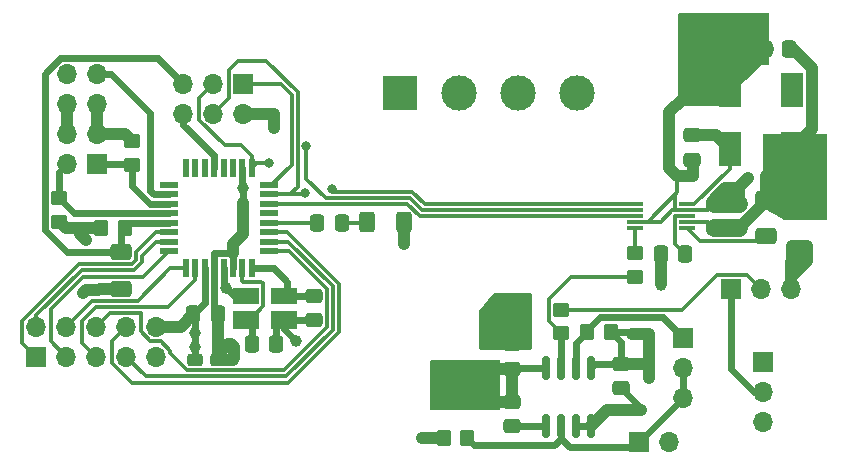
<source format=gtl>
%TF.GenerationSoftware,KiCad,Pcbnew,(6.0.1)*%
%TF.CreationDate,2022-02-25T11:57:24+01:00*%
%TF.ProjectId,SignalGenerator,5369676e-616c-4476-956e-657261746f72,0.2*%
%TF.SameCoordinates,Original*%
%TF.FileFunction,Copper,L1,Top*%
%TF.FilePolarity,Positive*%
%FSLAX46Y46*%
G04 Gerber Fmt 4.6, Leading zero omitted, Abs format (unit mm)*
G04 Created by KiCad (PCBNEW (6.0.1)) date 2022-02-25 11:57:24*
%MOMM*%
%LPD*%
G01*
G04 APERTURE LIST*
G04 Aperture macros list*
%AMRoundRect*
0 Rectangle with rounded corners*
0 $1 Rounding radius*
0 $2 $3 $4 $5 $6 $7 $8 $9 X,Y pos of 4 corners*
0 Add a 4 corners polygon primitive as box body*
4,1,4,$2,$3,$4,$5,$6,$7,$8,$9,$2,$3,0*
0 Add four circle primitives for the rounded corners*
1,1,$1+$1,$2,$3*
1,1,$1+$1,$4,$5*
1,1,$1+$1,$6,$7*
1,1,$1+$1,$8,$9*
0 Add four rect primitives between the rounded corners*
20,1,$1+$1,$2,$3,$4,$5,0*
20,1,$1+$1,$4,$5,$6,$7,0*
20,1,$1+$1,$6,$7,$8,$9,0*
20,1,$1+$1,$8,$9,$2,$3,0*%
G04 Aperture macros list end*
%TA.AperFunction,SMDPad,CuDef*%
%ADD10RoundRect,0.250000X-0.350000X-0.450000X0.350000X-0.450000X0.350000X0.450000X-0.350000X0.450000X0*%
%TD*%
%TA.AperFunction,SMDPad,CuDef*%
%ADD11R,2.250000X1.450000*%
%TD*%
%TA.AperFunction,SMDPad,CuDef*%
%ADD12R,2.250000X1.575000*%
%TD*%
%TA.AperFunction,SMDPad,CuDef*%
%ADD13R,2.250000X1.500000*%
%TD*%
%TA.AperFunction,ComponentPad*%
%ADD14R,1.700000X1.700000*%
%TD*%
%TA.AperFunction,ComponentPad*%
%ADD15O,1.700000X1.700000*%
%TD*%
%TA.AperFunction,SMDPad,CuDef*%
%ADD16RoundRect,0.250000X-0.475000X0.337500X-0.475000X-0.337500X0.475000X-0.337500X0.475000X0.337500X0*%
%TD*%
%TA.AperFunction,SMDPad,CuDef*%
%ADD17RoundRect,0.250000X-0.400000X-0.625000X0.400000X-0.625000X0.400000X0.625000X-0.400000X0.625000X0*%
%TD*%
%TA.AperFunction,SMDPad,CuDef*%
%ADD18RoundRect,0.250000X0.337500X0.475000X-0.337500X0.475000X-0.337500X-0.475000X0.337500X-0.475000X0*%
%TD*%
%TA.AperFunction,SMDPad,CuDef*%
%ADD19RoundRect,0.250000X0.475000X-0.337500X0.475000X0.337500X-0.475000X0.337500X-0.475000X-0.337500X0*%
%TD*%
%TA.AperFunction,SMDPad,CuDef*%
%ADD20RoundRect,0.250000X0.275000X-0.400000X0.275000X0.400000X-0.275000X0.400000X-0.275000X-0.400000X0*%
%TD*%
%TA.AperFunction,SMDPad,CuDef*%
%ADD21R,1.400000X0.300000*%
%TD*%
%TA.AperFunction,SMDPad,CuDef*%
%ADD22RoundRect,0.250000X-0.337500X-0.475000X0.337500X-0.475000X0.337500X0.475000X-0.337500X0.475000X0*%
%TD*%
%TA.AperFunction,SMDPad,CuDef*%
%ADD23RoundRect,0.250000X0.450000X-0.350000X0.450000X0.350000X-0.450000X0.350000X-0.450000X-0.350000X0*%
%TD*%
%TA.AperFunction,SMDPad,CuDef*%
%ADD24RoundRect,0.250000X-0.650000X0.412500X-0.650000X-0.412500X0.650000X-0.412500X0.650000X0.412500X0*%
%TD*%
%TA.AperFunction,SMDPad,CuDef*%
%ADD25R,1.980000X3.000000*%
%TD*%
%TA.AperFunction,ComponentPad*%
%ADD26R,3.000000X3.000000*%
%TD*%
%TA.AperFunction,ComponentPad*%
%ADD27C,3.000000*%
%TD*%
%TA.AperFunction,SMDPad,CuDef*%
%ADD28RoundRect,0.250000X0.400000X0.275000X-0.400000X0.275000X-0.400000X-0.275000X0.400000X-0.275000X0*%
%TD*%
%TA.AperFunction,SMDPad,CuDef*%
%ADD29RoundRect,0.250000X0.650000X-0.412500X0.650000X0.412500X-0.650000X0.412500X-0.650000X-0.412500X0*%
%TD*%
%TA.AperFunction,SMDPad,CuDef*%
%ADD30R,0.550000X1.600000*%
%TD*%
%TA.AperFunction,SMDPad,CuDef*%
%ADD31R,1.600000X0.550000*%
%TD*%
%TA.AperFunction,SMDPad,CuDef*%
%ADD32RoundRect,0.250000X0.350000X0.450000X-0.350000X0.450000X-0.350000X-0.450000X0.350000X-0.450000X0*%
%TD*%
%TA.AperFunction,SMDPad,CuDef*%
%ADD33RoundRect,0.250000X-0.450000X0.350000X-0.450000X-0.350000X0.450000X-0.350000X0.450000X0.350000X0*%
%TD*%
%TA.AperFunction,SMDPad,CuDef*%
%ADD34RoundRect,0.150000X-0.150000X0.825000X-0.150000X-0.825000X0.150000X-0.825000X0.150000X0.825000X0*%
%TD*%
%TA.AperFunction,ViaPad*%
%ADD35C,1.000000*%
%TD*%
%TA.AperFunction,ViaPad*%
%ADD36C,0.800000*%
%TD*%
%TA.AperFunction,Conductor*%
%ADD37C,1.000000*%
%TD*%
%TA.AperFunction,Conductor*%
%ADD38C,0.600000*%
%TD*%
%TA.AperFunction,Conductor*%
%ADD39C,1.500000*%
%TD*%
%TA.AperFunction,Conductor*%
%ADD40C,0.300000*%
%TD*%
G04 APERTURE END LIST*
D10*
X157000000Y-115275000D03*
X159000000Y-115275000D03*
D11*
X140226920Y-103232377D03*
X143526920Y-103232377D03*
D12*
X143526920Y-105232377D03*
D13*
X140226920Y-105232377D03*
D14*
X184000000Y-108775000D03*
D15*
X184000000Y-111315000D03*
X184000000Y-113855000D03*
D14*
X177300000Y-106775000D03*
D15*
X177300000Y-109315000D03*
X177300000Y-111855000D03*
D14*
X122501920Y-108367377D03*
D15*
X122501920Y-105827377D03*
X125041920Y-108367377D03*
X125041920Y-105827377D03*
X127581920Y-108367377D03*
X127581920Y-105827377D03*
X130121920Y-108367377D03*
X130121920Y-105827377D03*
X132661920Y-108367377D03*
X132661920Y-105827377D03*
D16*
X179939160Y-95408819D03*
X179939160Y-97483819D03*
D17*
X150526920Y-96982377D03*
X153626920Y-96982377D03*
D14*
X127611920Y-92072377D03*
D15*
X125071920Y-92072377D03*
X127611920Y-89532377D03*
X125071920Y-89532377D03*
X127611920Y-86992377D03*
X125071920Y-86992377D03*
X127611920Y-84452377D03*
X125071920Y-84452377D03*
D18*
X148394420Y-97012377D03*
X146319420Y-97012377D03*
D19*
X162802255Y-114230244D03*
X162802255Y-112155244D03*
D16*
X178069160Y-89598819D03*
X178069160Y-91673819D03*
D20*
X181969160Y-97411319D03*
X181969160Y-95461319D03*
D18*
X177456660Y-99686319D03*
X175381660Y-99686319D03*
D21*
X177619160Y-97456319D03*
X177619160Y-96956319D03*
X177619160Y-96456319D03*
X177619160Y-95956319D03*
X177619160Y-95456319D03*
X173219160Y-95456319D03*
X173219160Y-95956319D03*
X173219160Y-96456319D03*
X173219160Y-96956319D03*
X173219160Y-97456319D03*
D22*
X140759420Y-107312377D03*
X142834420Y-107312377D03*
D14*
X173525000Y-115575000D03*
D15*
X176065000Y-115575000D03*
D23*
X130576920Y-92092377D03*
X130576920Y-90092377D03*
D24*
X129696920Y-99489877D03*
X129696920Y-102614877D03*
D10*
X169177255Y-106267744D03*
X171177255Y-106267744D03*
D25*
X186509160Y-85786319D03*
X181249160Y-85786319D03*
X181249160Y-90786319D03*
X186509160Y-90786319D03*
D23*
X166952255Y-106367744D03*
X166952255Y-104367744D03*
D26*
X153332980Y-86042020D03*
D27*
X158332980Y-86042020D03*
X163332980Y-86042020D03*
X168332980Y-86042020D03*
D28*
X137871920Y-108622377D03*
X135921920Y-108622377D03*
D16*
X146036920Y-103194877D03*
X146036920Y-105269877D03*
D14*
X140051920Y-85247377D03*
D15*
X140051920Y-87787377D03*
X137511920Y-85247377D03*
X137511920Y-87787377D03*
X134971920Y-85247377D03*
X134971920Y-87787377D03*
D23*
X173227495Y-101592504D03*
X173227495Y-99592504D03*
D29*
X184269160Y-98128819D03*
X184269160Y-95003819D03*
D14*
X181325000Y-102600000D03*
D15*
X183865000Y-102600000D03*
X186405000Y-102600000D03*
D18*
X137894420Y-104762377D03*
X135819420Y-104762377D03*
D16*
X172000000Y-108937500D03*
X172000000Y-111012500D03*
D22*
X184171660Y-82276319D03*
X186246660Y-82276319D03*
D30*
X135166920Y-100872377D03*
X135966920Y-100872377D03*
X136766920Y-100872377D03*
X137566920Y-100872377D03*
X138366920Y-100872377D03*
X139166920Y-100872377D03*
X139966920Y-100872377D03*
X140766920Y-100872377D03*
D31*
X142216920Y-99422377D03*
X142216920Y-98622377D03*
X142216920Y-97822377D03*
X142216920Y-97022377D03*
X142216920Y-96222377D03*
X142216920Y-95422377D03*
X142216920Y-94622377D03*
X142216920Y-93822377D03*
D30*
X140766920Y-92372377D03*
X139966920Y-92372377D03*
X139166920Y-92372377D03*
X138366920Y-92372377D03*
X137566920Y-92372377D03*
X136766920Y-92372377D03*
X135966920Y-92372377D03*
X135166920Y-92372377D03*
D31*
X133716920Y-93822377D03*
X133716920Y-94622377D03*
X133716920Y-95422377D03*
X133716920Y-96222377D03*
X133716920Y-97022377D03*
X133716920Y-97822377D03*
X133716920Y-98622377D03*
X133716920Y-99422377D03*
D32*
X130006920Y-97432377D03*
X128006920Y-97432377D03*
D33*
X124436920Y-94942377D03*
X124436920Y-96942377D03*
D19*
X162827255Y-109380244D03*
X162827255Y-107305244D03*
D34*
X169486255Y-109297744D03*
X168216255Y-109297744D03*
X166946255Y-109297744D03*
X165676255Y-109297744D03*
X165676255Y-114247744D03*
X166946255Y-114247744D03*
X168216255Y-114247744D03*
X169486255Y-114247744D03*
D35*
X155200000Y-115275000D03*
X174400000Y-110175000D03*
X174400000Y-108875000D03*
X174400000Y-107675000D03*
X174400000Y-106475000D03*
X172955251Y-106419749D03*
X173700000Y-112875000D03*
X188750000Y-96000000D03*
X139250000Y-108500000D03*
X187500000Y-94750000D03*
X187500000Y-96000000D03*
X142600000Y-87800000D03*
X188750000Y-92000000D03*
X188750000Y-93500000D03*
X186250000Y-96000000D03*
X139975000Y-95325000D03*
X188750000Y-90750000D03*
X142600000Y-89000000D03*
X186250000Y-94750000D03*
X126250000Y-97500000D03*
X187500000Y-93500000D03*
X188750000Y-94750000D03*
X139975000Y-94100000D03*
X186250000Y-93500000D03*
X139000000Y-107250000D03*
X126750000Y-98490357D03*
X186500000Y-100250000D03*
X181750000Y-81500000D03*
X182000000Y-94000000D03*
X161250000Y-105500000D03*
X163750000Y-104250000D03*
X153625000Y-98800000D03*
X179250000Y-80250000D03*
X178000000Y-86500000D03*
X182750000Y-93250000D03*
X161250000Y-104250000D03*
X180500000Y-80250000D03*
X135921920Y-107578080D03*
X178000000Y-81500000D03*
X179250000Y-85250000D03*
X135921920Y-106328080D03*
X183000000Y-81500000D03*
X178000000Y-84000000D03*
X183000000Y-80250000D03*
X127750000Y-102750000D03*
X144500000Y-107000000D03*
X178075000Y-93075000D03*
X180500000Y-82750000D03*
X187750000Y-100250000D03*
X178000000Y-85250000D03*
X175400000Y-101175000D03*
X178000000Y-80250000D03*
X187750000Y-99000000D03*
X179250000Y-86500000D03*
X138566420Y-102500000D03*
X163750000Y-105500000D03*
X162500000Y-104250000D03*
X179250000Y-82750000D03*
X180500000Y-81500000D03*
X176800000Y-93100000D03*
X179250000Y-81500000D03*
X162500000Y-105500000D03*
X126500000Y-103000000D03*
X179250000Y-84000000D03*
X181750000Y-80250000D03*
X178000000Y-82750000D03*
X186500000Y-99000000D03*
X175400000Y-102325000D03*
X180819516Y-94069516D03*
X160500000Y-112000000D03*
X159250000Y-110750000D03*
X156750000Y-109500000D03*
X158000000Y-110750000D03*
X159250000Y-109500000D03*
X158000000Y-112000000D03*
X156750000Y-112000000D03*
X159250000Y-112000000D03*
X160500000Y-110750000D03*
X160500000Y-109500000D03*
X158000000Y-109500000D03*
X156750000Y-110750000D03*
D36*
X142240480Y-91999520D03*
X145386420Y-90499520D03*
X147520697Y-94173357D03*
X145290480Y-94519520D03*
D37*
X139141431Y-98829301D02*
X139141431Y-99572866D01*
X139975000Y-97995732D02*
X139141431Y-98829301D01*
X139975000Y-95325000D02*
X139975000Y-97995732D01*
X157000000Y-115275000D02*
X155200000Y-115275000D01*
X174337500Y-108937500D02*
X174400000Y-108875000D01*
X172000000Y-108937500D02*
X174337500Y-108937500D01*
X174400000Y-108875000D02*
X174400000Y-110175000D01*
X174400000Y-107675000D02*
X174400000Y-108875000D01*
X174400000Y-106475000D02*
X174400000Y-107675000D01*
X174344749Y-106419749D02*
X174400000Y-106475000D01*
X172955251Y-106419749D02*
X174344749Y-106419749D01*
D38*
X172803246Y-106267744D02*
X172955251Y-106419749D01*
X171177255Y-106267744D02*
X172803246Y-106267744D01*
X175542264Y-105017264D02*
X170242264Y-105017264D01*
X177300000Y-106775000D02*
X175542264Y-105017264D01*
X170242264Y-105017264D02*
X169177255Y-106082273D01*
X169177255Y-106082273D02*
X169177255Y-106267744D01*
X177300000Y-109315000D02*
X177300000Y-111855000D01*
X159600000Y-115875000D02*
X159000000Y-115275000D01*
X166366823Y-115875000D02*
X159600000Y-115875000D01*
X166946255Y-115295568D02*
X166366823Y-115875000D01*
X172000000Y-107090489D02*
X171177255Y-106267744D01*
X172000000Y-108937500D02*
X172000000Y-107090489D01*
X169846499Y-108937500D02*
X169486255Y-109297744D01*
X172000000Y-108937500D02*
X169846499Y-108937500D01*
X173700000Y-112712500D02*
X172000000Y-111012500D01*
X173700000Y-112875000D02*
X173700000Y-112712500D01*
X181325000Y-109399022D02*
X181325000Y-102600000D01*
X183240978Y-111315000D02*
X181325000Y-109399022D01*
X184000000Y-111315000D02*
X183240978Y-111315000D01*
X173580000Y-115575000D02*
X177300000Y-111855000D01*
X173525000Y-115575000D02*
X173580000Y-115575000D01*
X173077736Y-116022264D02*
X173525000Y-115575000D01*
X167672951Y-116022264D02*
X173077736Y-116022264D01*
X166946255Y-115295568D02*
X167672951Y-116022264D01*
X166946255Y-114247744D02*
X166946255Y-115295568D01*
X168216255Y-114247744D02*
X169486255Y-114247744D01*
D37*
X170858999Y-112875000D02*
X169486255Y-114247744D01*
X173700000Y-112875000D02*
X170858999Y-112875000D01*
X137871920Y-108622377D02*
X139127623Y-108622377D01*
D38*
X137566920Y-99598355D02*
X137566920Y-100872377D01*
D37*
X130016920Y-89532377D02*
X130576920Y-90092377D01*
X126250000Y-97500000D02*
X126250000Y-97990357D01*
X139127623Y-108622377D02*
X139250000Y-108500000D01*
X186500000Y-90795479D02*
X186509160Y-90786319D01*
D39*
X179962140Y-97460839D02*
X181969160Y-97460839D01*
D38*
X139966920Y-92372377D02*
X139966920Y-94091920D01*
D37*
X137871920Y-108128080D02*
X137871920Y-104784877D01*
X126250000Y-97990357D02*
X126750000Y-98490357D01*
D38*
X137592409Y-99572866D02*
X137566920Y-99598355D01*
D37*
X188198671Y-83917711D02*
X186557279Y-82276319D01*
D38*
X139966920Y-94091920D02*
X139975000Y-94100000D01*
D37*
X182069090Y-97411319D02*
X181969160Y-97411319D01*
X140051920Y-87787377D02*
X142587377Y-87787377D01*
D38*
X139975000Y-94100000D02*
X139975000Y-95325000D01*
D37*
X142600000Y-87800000D02*
X142600000Y-89000000D01*
D40*
X177619160Y-96956319D02*
X179411660Y-96956319D01*
D37*
X184269160Y-95003819D02*
X184269160Y-95211249D01*
X139250000Y-107500000D02*
X139000000Y-107250000D01*
X127611920Y-89532377D02*
X130016920Y-89532377D01*
X184269160Y-93026319D02*
X186509160Y-90786319D01*
X184269160Y-95003819D02*
X184269160Y-93026319D01*
D39*
X179939160Y-97483819D02*
X179962140Y-97460839D01*
D37*
X186557279Y-82276319D02*
X186246660Y-82276319D01*
X137871920Y-108128080D02*
X138750000Y-107250000D01*
X126317623Y-97432377D02*
X126250000Y-97500000D01*
X124436920Y-96942377D02*
X124994543Y-97500000D01*
D38*
X139166920Y-100872377D02*
X139166920Y-99598355D01*
D37*
X184269160Y-95211249D02*
X182069090Y-97411319D01*
X127611920Y-86992377D02*
X127611920Y-89532377D01*
D38*
X139166920Y-99598355D02*
X139141431Y-99572866D01*
D37*
X138750000Y-107250000D02*
X139000000Y-107250000D01*
X139250000Y-108500000D02*
X139250000Y-107500000D01*
D38*
X137566920Y-100872377D02*
X137566920Y-104434877D01*
D37*
X142587377Y-87787377D02*
X142600000Y-87800000D01*
D40*
X179411660Y-96956319D02*
X179939160Y-97483819D01*
D37*
X137871920Y-104784877D02*
X137894420Y-104762377D01*
X137871920Y-108622377D02*
X137871920Y-108128080D01*
D38*
X137566920Y-104434877D02*
X137894420Y-104762377D01*
D37*
X124994543Y-97500000D02*
X126250000Y-97500000D01*
X128006920Y-97432377D02*
X126317623Y-97432377D01*
D38*
X139141431Y-99572866D02*
X137592409Y-99572866D01*
D37*
X188198671Y-89096808D02*
X188198671Y-83917711D01*
X186509160Y-90786319D02*
X188198671Y-89096808D01*
X187750000Y-99000000D02*
X186500000Y-100250000D01*
D38*
X135921920Y-107578080D02*
X135921920Y-106328080D01*
D37*
X178050000Y-93100000D02*
X178075000Y-93075000D01*
X181969160Y-95219160D02*
X180819516Y-94069516D01*
X176050000Y-92350000D02*
X176050000Y-87675000D01*
D38*
X146036920Y-105269877D02*
X143564420Y-105269877D01*
D37*
X175381660Y-99686319D02*
X175381660Y-101156660D01*
D39*
X181916660Y-95408819D02*
X181969160Y-95461319D01*
D40*
X176569649Y-94654851D02*
X176800000Y-94424501D01*
X175363711Y-96956319D02*
X176363711Y-95956319D01*
D38*
X135921920Y-106328080D02*
X135921920Y-104864877D01*
D40*
X176569649Y-95955830D02*
X176569649Y-94654851D01*
D38*
X143564420Y-105269877D02*
X143526920Y-105232377D01*
D37*
X186405000Y-101595000D02*
X187750000Y-100250000D01*
X175400000Y-101175000D02*
X175400000Y-102150000D01*
X177225000Y-86500000D02*
X178000000Y-86500000D01*
X125071920Y-86992377D02*
X125071920Y-89532377D01*
X129696920Y-102614877D02*
X127885123Y-102614877D01*
D40*
X179391660Y-95956319D02*
X179939160Y-95408819D01*
D37*
X181969160Y-94280840D02*
X181969160Y-94030840D01*
D40*
X173219160Y-96956319D02*
X175363711Y-96956319D01*
X174268182Y-96956319D02*
X176800000Y-94424501D01*
D37*
X186405000Y-100345000D02*
X186500000Y-100250000D01*
D38*
X142834420Y-105924877D02*
X143526920Y-105232377D01*
X138366920Y-102300500D02*
X138566420Y-102500000D01*
D37*
X181969160Y-95461319D02*
X181969160Y-94280840D01*
X178075000Y-91679659D02*
X178069160Y-91673819D01*
X153626920Y-98798080D02*
X153625000Y-98800000D01*
X176800000Y-93100000D02*
X178050000Y-93100000D01*
D39*
X179939160Y-95408819D02*
X181916660Y-95408819D01*
D37*
X186500000Y-99000000D02*
X187500000Y-99000000D01*
D38*
X143526920Y-105232377D02*
X143526920Y-106026920D01*
D37*
X186500000Y-100250000D02*
X187500000Y-100250000D01*
X153626920Y-96982377D02*
X153626920Y-98798080D01*
X181930484Y-94069516D02*
X182000000Y-94000000D01*
D38*
X135921920Y-104864877D02*
X135819420Y-104762377D01*
D40*
X176570138Y-95956319D02*
X176569649Y-95955830D01*
D38*
X134971920Y-88721920D02*
X134971920Y-87787377D01*
D37*
X127750000Y-102750000D02*
X126750000Y-102750000D01*
X134754420Y-105827377D02*
X135819420Y-104762377D01*
D40*
X173219160Y-96956319D02*
X174268182Y-96956319D01*
D37*
X182000000Y-94000000D02*
X182750000Y-93250000D01*
D40*
X176800000Y-94424501D02*
X176800000Y-93100000D01*
D37*
X180819516Y-94069516D02*
X181930484Y-94069516D01*
D38*
X142834420Y-107312377D02*
X142834420Y-105924877D01*
D37*
X178075000Y-93075000D02*
X178075000Y-91679659D01*
X186405000Y-102600000D02*
X186405000Y-101595000D01*
X187750000Y-100250000D02*
X187750000Y-99000000D01*
X176800000Y-93100000D02*
X176050000Y-92350000D01*
X186405000Y-102600000D02*
X186405000Y-100345000D01*
X175381660Y-101156660D02*
X175400000Y-101175000D01*
X127885123Y-102614877D02*
X127750000Y-102750000D01*
D38*
X136766920Y-100872377D02*
X136766920Y-103814877D01*
D37*
X181969160Y-94030840D02*
X182000000Y-94000000D01*
D38*
X137566920Y-91316920D02*
X134971920Y-88721920D01*
D39*
X181249160Y-85198819D02*
X184171660Y-82276319D01*
D37*
X179939160Y-94949872D02*
X180819516Y-94069516D01*
D40*
X177619160Y-95956319D02*
X176570138Y-95956319D01*
D37*
X186500000Y-100250000D02*
X186500000Y-99000000D01*
X176050000Y-87675000D02*
X177225000Y-86500000D01*
D38*
X135921920Y-108622377D02*
X135921920Y-107578080D01*
X139298797Y-103232377D02*
X138566420Y-102500000D01*
D37*
X179939160Y-95408819D02*
X179939160Y-94949872D01*
D38*
X143526920Y-106026920D02*
X144500000Y-107000000D01*
X136766920Y-103814877D02*
X135819420Y-104762377D01*
D37*
X132661920Y-105827377D02*
X134754420Y-105827377D01*
D40*
X177619160Y-95956319D02*
X179391660Y-95956319D01*
D38*
X138366920Y-100872377D02*
X138366920Y-102300500D01*
D37*
X181969160Y-95461319D02*
X181969160Y-95219160D01*
D39*
X181249160Y-85786319D02*
X181249160Y-85198819D01*
D37*
X126750000Y-102750000D02*
X126500000Y-103000000D01*
D40*
X176363711Y-95956319D02*
X177619160Y-95956319D01*
D38*
X137566920Y-92372377D02*
X137566920Y-91316920D01*
X129696920Y-99489877D02*
X129696920Y-97742377D01*
X124512933Y-83102866D02*
X123226920Y-84388879D01*
X125124439Y-99489877D02*
X129696920Y-99489877D01*
X134971920Y-85247377D02*
X132827409Y-83102866D01*
X133716920Y-97022377D02*
X130416920Y-97022377D01*
X123226920Y-97592358D02*
X125124439Y-99489877D01*
X130416920Y-97022377D02*
X130006920Y-97432377D01*
X132827409Y-83102866D02*
X124512933Y-83102866D01*
X123226920Y-84388879D02*
X123226920Y-97592358D01*
X129696920Y-97742377D02*
X130006920Y-97432377D01*
D40*
X141565453Y-102021888D02*
X141701431Y-102157866D01*
X139966920Y-101972377D02*
X140016431Y-102021888D01*
X140016431Y-102021888D02*
X141565453Y-102021888D01*
X141701431Y-104105457D02*
X140574511Y-105232377D01*
D38*
X140759420Y-105764877D02*
X140226920Y-105232377D01*
D40*
X141701431Y-102157866D02*
X141701431Y-104105457D01*
X139966920Y-100872377D02*
X139966920Y-101972377D01*
D38*
X140759420Y-107312377D02*
X140759420Y-105764877D01*
D40*
X140574511Y-105232377D02*
X140226920Y-105232377D01*
D38*
X143750000Y-103009297D02*
X143526920Y-103232377D01*
X143526920Y-103232377D02*
X145999420Y-103232377D01*
X142622377Y-100872377D02*
X143750000Y-102000000D01*
X140766920Y-100872377D02*
X142622377Y-100872377D01*
X145999420Y-103232377D02*
X146036920Y-103194877D01*
X143750000Y-102000000D02*
X143750000Y-103009297D01*
D40*
X178231311Y-95456319D02*
X181249160Y-92438470D01*
X177619160Y-95456319D02*
X178231311Y-95456319D01*
D37*
X181249160Y-90786319D02*
X180061660Y-89598819D01*
D40*
X181249160Y-92438470D02*
X181249160Y-90786319D01*
D37*
X180061660Y-89598819D02*
X178069160Y-89598819D01*
D40*
X176570138Y-96456319D02*
X177619160Y-96456319D01*
X176569649Y-96456808D02*
X176570138Y-96456319D01*
X176569649Y-98799308D02*
X176569649Y-96456808D01*
X177456660Y-99686319D02*
X176569649Y-98799308D01*
D37*
X162827255Y-112130244D02*
X162802255Y-112155244D01*
X160655244Y-112155244D02*
X160500000Y-112000000D01*
X160619756Y-109380244D02*
X160500000Y-109500000D01*
X162827255Y-109380244D02*
X160619756Y-109380244D01*
X162827255Y-109380244D02*
X162827255Y-112130244D01*
D38*
X162909755Y-109297744D02*
X162827255Y-109380244D01*
X165676255Y-109297744D02*
X162909755Y-109297744D01*
D37*
X162802255Y-112155244D02*
X160655244Y-112155244D01*
D38*
X165658755Y-114230244D02*
X165676255Y-114247744D01*
X162802255Y-114230244D02*
X165658755Y-114230244D01*
D40*
X178746180Y-98583339D02*
X183814640Y-98583339D01*
X183814640Y-98583339D02*
X184269160Y-98128819D01*
X177619160Y-97456319D02*
X178746180Y-98583339D01*
X150496920Y-97012377D02*
X150526920Y-96982377D01*
X148394420Y-97012377D02*
X150496920Y-97012377D01*
X142216920Y-97022377D02*
X146309420Y-97022377D01*
X146309420Y-97022377D02*
X146319420Y-97012377D01*
X128516440Y-100501897D02*
X128496920Y-100482377D01*
X133716920Y-97822377D02*
X132616920Y-97822377D01*
X130597880Y-100501897D02*
X128516440Y-100501897D01*
X130946440Y-100153337D02*
X130597880Y-100501897D01*
X121302409Y-105330522D02*
X121302409Y-107167866D01*
X126150554Y-100482377D02*
X121302409Y-105330522D01*
X128496920Y-100482377D02*
X126150554Y-100482377D01*
X121302409Y-107167866D02*
X122501920Y-108367377D01*
X132616920Y-97822377D02*
X130946440Y-99492857D01*
X130946440Y-99492857D02*
X130946440Y-100153337D01*
X131445960Y-99793337D02*
X131445960Y-100360244D01*
X131445960Y-100360244D02*
X130804787Y-101001417D01*
X126376920Y-100981897D02*
X126357462Y-100981897D01*
X126396440Y-101001417D02*
X126376920Y-100981897D01*
X133716920Y-98622377D02*
X132616920Y-98622377D01*
X126357462Y-100981897D02*
X122501920Y-104837439D01*
X130804787Y-101001417D02*
X126396440Y-101001417D01*
X122501920Y-104837439D02*
X122501920Y-105827377D01*
X132616920Y-98622377D02*
X131445960Y-99793337D01*
X123740165Y-104305622D02*
X123740165Y-107065622D01*
X131536440Y-101602857D02*
X126442930Y-101602857D01*
X133716920Y-99422377D02*
X131536440Y-101602857D01*
X126442930Y-101602857D02*
X123740165Y-104305622D01*
X123740165Y-107065622D02*
X125041920Y-108367377D01*
X125041920Y-105827377D02*
X127242400Y-103626897D01*
X133846920Y-100872377D02*
X135166920Y-100872377D01*
X131092400Y-103626897D02*
X133846920Y-100872377D01*
X127242400Y-103626897D02*
X131092400Y-103626897D01*
X133686902Y-104126417D02*
X135966920Y-101846399D01*
X126382409Y-107167866D02*
X126382409Y-105330522D01*
X126382409Y-105330522D02*
X127586514Y-104126417D01*
X127586514Y-104126417D02*
X133686902Y-104126417D01*
X127581920Y-108367377D02*
X126382409Y-107167866D01*
X135966920Y-101846399D02*
X135966920Y-100872377D01*
X143924769Y-99422377D02*
X147111440Y-102609048D01*
X143464769Y-109502377D02*
X135279071Y-109502377D01*
X147111440Y-102609048D02*
X147111440Y-105855706D01*
X147111440Y-105855706D02*
X143464769Y-109502377D01*
X128781889Y-104627408D02*
X127581920Y-105827377D01*
X142216920Y-99422377D02*
X143924769Y-99422377D01*
X132165065Y-107026888D02*
X131336920Y-106198743D01*
X131336920Y-106198743D02*
X131336920Y-104652377D01*
X133861431Y-108084737D02*
X133861431Y-107851399D01*
X131336920Y-104652377D02*
X131311951Y-104627408D01*
X133861431Y-107851399D02*
X133036920Y-107026888D01*
X135279071Y-109502377D02*
X133861431Y-108084737D01*
X133036920Y-107026888D02*
X132165065Y-107026888D01*
X131311951Y-104627408D02*
X128781889Y-104627408D01*
X147610960Y-102402141D02*
X147610960Y-106062613D01*
X131776920Y-110022377D02*
X130121920Y-108367377D01*
X147610960Y-106062613D02*
X143651196Y-110022377D01*
X142216920Y-98622377D02*
X143831196Y-98622377D01*
X143831196Y-98622377D02*
X147610960Y-102402141D01*
X143651196Y-110022377D02*
X131776920Y-110022377D01*
X128922409Y-108864232D02*
X128922409Y-107026888D01*
X128922409Y-107026888D02*
X130121920Y-105827377D01*
X143827623Y-110552377D02*
X130610554Y-110552377D01*
X143737623Y-97822377D02*
X148110479Y-102195233D01*
X148110480Y-106269520D02*
X143827623Y-110552377D01*
X142216920Y-97822377D02*
X143737623Y-97822377D01*
X148110479Y-102195233D02*
X148110480Y-106269520D01*
X130610554Y-110552377D02*
X128922409Y-108864232D01*
X142406920Y-93822377D02*
X142216920Y-93822377D01*
X140051920Y-85247377D02*
X143205492Y-85247377D01*
X144128706Y-92100591D02*
X142406920Y-93822377D01*
X143205492Y-85247377D02*
X144128706Y-86170591D01*
X144128706Y-86170591D02*
X144128706Y-92100591D01*
X140766920Y-91398355D02*
X140766920Y-92372377D01*
X154146678Y-94922858D02*
X147030480Y-94922857D01*
X141139777Y-91999520D02*
X140766920Y-92372377D01*
X139840942Y-90472377D02*
X140766920Y-91398355D01*
X136312409Y-88287866D02*
X138496920Y-90472377D01*
X173219160Y-95956319D02*
X155180139Y-95956319D01*
X142240480Y-91999520D02*
X141139777Y-91999520D01*
X155180139Y-95956319D02*
X154146678Y-94922858D01*
X145386420Y-93278797D02*
X145386420Y-90499520D01*
X147030480Y-94922857D02*
X145386420Y-93278797D01*
X138496920Y-90472377D02*
X139840942Y-90472377D01*
X137511920Y-85247377D02*
X136312409Y-86446888D01*
X136312409Y-86446888D02*
X136312409Y-88287866D01*
X144636920Y-85972377D02*
X144636920Y-93972377D01*
X137511920Y-87787377D02*
X138852409Y-86446888D01*
X154340480Y-94409520D02*
X147756860Y-94409520D01*
X145290480Y-94519520D02*
X145187623Y-94622377D01*
X155387279Y-95456319D02*
X154340480Y-94409520D01*
X173219160Y-95456319D02*
X155387279Y-95456319D01*
X138852409Y-84047866D02*
X139567898Y-83332377D01*
X143986920Y-94622377D02*
X142216920Y-94622377D01*
X138852409Y-86446888D02*
X138852409Y-84047866D01*
X144636920Y-93972377D02*
X143986920Y-94622377D01*
X145187623Y-94622377D02*
X143986920Y-94622377D01*
X141996920Y-83332377D02*
X144636920Y-85972377D01*
X139567898Y-83332377D02*
X141996920Y-83332377D01*
X147756860Y-94409520D02*
X147520697Y-94173357D01*
D38*
X132112206Y-95422377D02*
X130576920Y-93887091D01*
X127611920Y-92072377D02*
X130556920Y-92072377D01*
X130556920Y-92072377D02*
X130576920Y-92092377D01*
X133716920Y-95422377D02*
X132112206Y-95422377D01*
X130576920Y-93887091D02*
X130576920Y-92092377D01*
X133716920Y-96222377D02*
X125716920Y-96222377D01*
X124436920Y-92707377D02*
X125071920Y-92072377D01*
X125716920Y-96222377D02*
X124436920Y-94942377D01*
X124436920Y-94942377D02*
X124436920Y-92707377D01*
X132146920Y-87752377D02*
X128846920Y-84452377D01*
X133716920Y-94622377D02*
X132442898Y-94622377D01*
X132146920Y-94326399D02*
X132146920Y-87752377D01*
X128846920Y-84452377D02*
X127611920Y-84452377D01*
X132442898Y-94622377D02*
X132146920Y-94326399D01*
D40*
X166946255Y-114247744D02*
X166946255Y-115083436D01*
D38*
X168216255Y-107228744D02*
X168216255Y-109297744D01*
X169177255Y-106267744D02*
X168216255Y-107228744D01*
X166946255Y-109297744D02*
X166946255Y-106373744D01*
D40*
X165902735Y-103447265D02*
X165902735Y-105318224D01*
D38*
X166946255Y-106373744D02*
X166952255Y-106367744D01*
D40*
X167757496Y-101592504D02*
X165902735Y-103447265D01*
X165902735Y-105318224D02*
X166952255Y-106367744D01*
X173227495Y-101592504D02*
X167757496Y-101592504D01*
X173219160Y-99584169D02*
X173227495Y-99592504D01*
X173219160Y-97456319D02*
X173219160Y-99584169D01*
X166952255Y-104367744D02*
X177158234Y-104367744D01*
X180125489Y-101400489D02*
X182665489Y-101400489D01*
X182665489Y-101400489D02*
X183865000Y-102600000D01*
X177158234Y-104367744D02*
X180125489Y-101400489D01*
X154973711Y-96456319D02*
X153939769Y-95422377D01*
X173219160Y-96456319D02*
X154973711Y-96456319D01*
X153939769Y-95422377D02*
X142216920Y-95422377D01*
%TA.AperFunction,Conductor*%
G36*
X184516411Y-79270002D02*
G01*
X184562904Y-79323658D01*
X184574288Y-79376708D01*
X184550704Y-83574708D01*
X184530320Y-83642715D01*
X184476404Y-83688906D01*
X184424706Y-83700000D01*
X182150000Y-83700000D01*
X182150000Y-87024000D01*
X182129998Y-87092121D01*
X182076342Y-87138614D01*
X182024000Y-87150000D01*
X177001000Y-87150000D01*
X176932879Y-87129998D01*
X176886386Y-87076342D01*
X176875000Y-87024000D01*
X176875000Y-79376000D01*
X176895002Y-79307879D01*
X176948658Y-79261386D01*
X177001000Y-79250000D01*
X184448290Y-79250000D01*
X184516411Y-79270002D01*
G37*
%TD.AperFunction*%
%TA.AperFunction,Conductor*%
G36*
X164442121Y-103020002D02*
G01*
X164488614Y-103073658D01*
X164500000Y-103126000D01*
X164500000Y-107624000D01*
X164479998Y-107692121D01*
X164426342Y-107738614D01*
X164374000Y-107750000D01*
X160126000Y-107750000D01*
X160057879Y-107729998D01*
X160011386Y-107676342D01*
X160000000Y-107624000D01*
X160000000Y-104545618D01*
X160020002Y-104477497D01*
X160029204Y-104464955D01*
X161212219Y-103045337D01*
X161271195Y-103005810D01*
X161309015Y-103000000D01*
X164374000Y-103000000D01*
X164442121Y-103020002D01*
G37*
%TD.AperFunction*%
%TA.AperFunction,Conductor*%
G36*
X161742118Y-108670004D02*
G01*
X161788612Y-108723658D01*
X161800000Y-108776004D01*
X161800000Y-112773723D01*
X161779998Y-112841844D01*
X161726342Y-112888337D01*
X161673725Y-112899723D01*
X155973981Y-112887198D01*
X155905906Y-112867046D01*
X155859532Y-112813288D01*
X155848260Y-112761069D01*
X155852325Y-108776048D01*
X155872397Y-108707948D01*
X155926100Y-108661510D01*
X155978320Y-108650177D01*
X158861359Y-108650089D01*
X161673996Y-108650004D01*
X161742118Y-108670004D01*
G37*
%TD.AperFunction*%
%TA.AperFunction,Conductor*%
G36*
X189442121Y-89520002D02*
G01*
X189488614Y-89573658D01*
X189500000Y-89626000D01*
X189500000Y-96624000D01*
X189479998Y-96692121D01*
X189426342Y-96738614D01*
X189374000Y-96750000D01*
X185783462Y-96750000D01*
X185720949Y-96733399D01*
X184063487Y-95786278D01*
X184014265Y-95735114D01*
X184000000Y-95676879D01*
X184000000Y-89626000D01*
X184020002Y-89557879D01*
X184073658Y-89511386D01*
X184126000Y-89500000D01*
X189374000Y-89500000D01*
X189442121Y-89520002D01*
G37*
%TD.AperFunction*%
M02*

</source>
